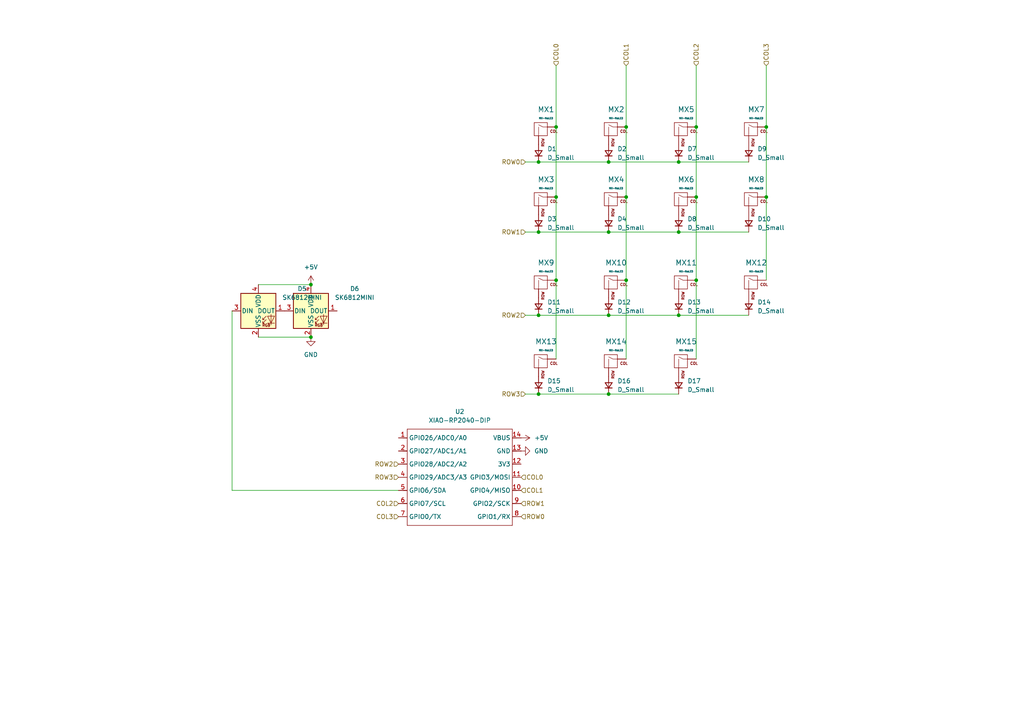
<source format=kicad_sch>
(kicad_sch (version 20250114) (generator "eeschema") (generator_version "9.0")
  (paper "A4")
  (lib_symbols
    (symbol "Device:D_Small" (pin_numbers (hide yes)) (pin_names (offset 0.254) (hide yes))
      (property "Reference" "D" (at -1.27 2.032 0))
      (property "Value" "D_Small" (at -3.81 -2.032 0))
      (symbol "D_Small_0_1"
        (polyline (pts (xy -0.762 0) (xy 0.762 0)))
        (polyline (pts (xy -0.762 -1.016) (xy -0.762 1.016)) (stroke (width 0.254)))
        (polyline (pts (xy 0.762 -1.016) (xy -0.762 0) (xy 0.762 1.016) (xy 0.762 -1.016)) (stroke (width 0.254)))
      )
      (symbol "D_Small_1_1"
        (pin passive line (at -2.54 0 0) (length 1.778) (name "K") (number "1"))
        (pin passive line (at 2.54 0 180) (length 1.778) (name "A") (number "2"))
      )
    )
    (symbol "LED:SK6812MINI" (pin_names (offset 0.254))
      (property "Reference" "D" (at 5.08 5.715 0))
      (property "Value" "SK6812MINI" (at 1.27 -5.715 0))
      (symbol "SK6812MINI_0_0"
        (text "RGB" (at 2.286 -4.191 0) (effects (font (size 0.762 0.762))))
      )
      (symbol "SK6812MINI_0_1"
        (polyline (pts (xy 1.27 -2.54) (xy 1.778 -2.54)))
        (polyline (pts (xy 1.27 -3.556) (xy 1.778 -3.556)))
        (polyline (pts (xy 2.286 -1.524) (xy 1.27 -2.54) (xy 1.27 -2.032)))
        (polyline (pts (xy 2.286 -2.54) (xy 1.27 -3.556) (xy 1.27 -3.048)))
        (polyline (pts (xy 3.683 -1.016) (xy 3.683 -3.556) (xy 3.683 -4.064)))
        (polyline (pts (xy 4.699 -1.524) (xy 2.667 -1.524) (xy 3.683 -3.556) (xy 4.699 -1.524)))
        (polyline (pts (xy 4.699 -3.556) (xy 2.667 -3.556)))
        (rectangle (start 5.08 5.08) (end -5.08 -5.08) (stroke (width 0.254)) (fill (type background)))
      )
      (symbol "SK6812MINI_1_1"
        (pin input line (at -7.62 0 0) (length 2.54) (name "DIN") (number "3"))
        (pin power_in line (at 0 7.62 270) (length 2.54) (name "VDD") (number "4"))
        (pin power_in line (at 0 -7.62 90) (length 2.54) (name "VSS") (number "2"))
        (pin output line (at 7.62 0 180) (length 2.54) (name "DOUT") (number "1"))
      )
    )
    (symbol "MXAH:MX-NoLED" (pin_names (offset 1.016))
      (property "Reference" "MX" (at -0.635 3.81 0))
      (property "Value" "MX-NoLED" (at -0.635 1.27 0))
      (symbol "MX-NoLED_0_0"
        (rectangle (start -2.54 2.54) (end 1.27 -1.27))
        (polyline (pts (xy -1.27 -1.27) (xy -1.27 1.27)) (stroke (width 0.127)))
        (polyline (pts (xy 1.27 1.27) (xy 0 1.27) (xy -1.27 1.905)) (stroke (width 0.127)))
        (text "ROW" (at 0 -1.905 900) (effects (font (size 0.762 0.762)) (justify right)))
        (text "COL" (at 3.175 0 0) (effects (font (size 0.762 0.762))))
      )
      (symbol "MX-NoLED_1_1"
        (pin passive line (at -1.27 -3.81 90) (length 2.54) (name "ROW") (number "2"))
        (pin passive line (at 3.81 1.27 180) (length 2.54) (name "COL") (number "1"))
      )
    )
    (symbol "Seeed_Studio_XIAO_Series:XIAO-RP2040-DIP"
      (property "Reference" "U" (at 0 0 0))
      (property "Value" "XIAO-RP2040-DIP" (at 5.334 -1.778 0))
      (symbol "XIAO-RP2040-DIP_1_0"
        (polyline (pts (xy -1.27 -2.54) (xy 29.21 -2.54)) (stroke (width 0.1524)))
        (polyline (pts (xy -1.27 -5.08) (xy -2.54 -5.08)) (stroke (width 0.1524)))
        (polyline (pts (xy -1.27 -5.08) (xy -1.27 -2.54)) (stroke (width 0.1524)))
        (polyline (pts (xy -1.27 -8.89) (xy -2.54 -8.89)) (stroke (width 0.1524)))
        (polyline (pts (xy -1.27 -8.89) (xy -1.27 -5.08)) (stroke (width 0.1524)))
        (polyline (pts (xy -1.27 -12.7) (xy -2.54 -12.7)) (stroke (width 0.1524)))
        (polyline (pts (xy -1.27 -12.7) (xy -1.27 -8.89)) (stroke (width 0.1524)))
        (polyline (pts (xy -1.27 -16.51) (xy -2.54 -16.51)) (stroke (width 0.1524)))
        (polyline (pts (xy -1.27 -16.51) (xy -1.27 -12.7)) (stroke (width 0.1524)))
        (polyline (pts (xy -1.27 -20.32) (xy -2.54 -20.32)) (stroke (width 0.1524)))
        (polyline (pts (xy -1.27 -24.13) (xy -2.54 -24.13)) (stroke (width 0.1524)))
        (polyline (pts (xy -1.27 -27.94) (xy -2.54 -27.94)) (stroke (width 0.1524)))
        (polyline (pts (xy -1.27 -30.48) (xy -1.27 -16.51)) (stroke (width 0.1524)))
        (polyline (pts (xy 29.21 -2.54) (xy 29.21 -5.08)) (stroke (width 0.1524)))
        (polyline (pts (xy 29.21 -5.08) (xy 29.21 -8.89)) (stroke (width 0.1524)))
        (polyline (pts (xy 29.21 -8.89) (xy 29.21 -12.7)) (stroke (width 0.1524)))
        (polyline (pts (xy 29.21 -12.7) (xy 29.21 -30.48)) (stroke (width 0.1524)))
        (polyline (pts (xy 29.21 -30.48) (xy -1.27 -30.48)) (stroke (width 0.1524)))
        (polyline (pts (xy 30.48 -5.08) (xy 29.21 -5.08)) (stroke (width 0.1524)))
        (polyline (pts (xy 30.48 -8.89) (xy 29.21 -8.89)) (stroke (width 0.1524)))
        (polyline (pts (xy 30.48 -12.7) (xy 29.21 -12.7)) (stroke (width 0.1524)))
        (polyline (pts (xy 30.48 -16.51) (xy 29.21 -16.51)) (stroke (width 0.1524)))
        (polyline (pts (xy 30.48 -20.32) (xy 29.21 -20.32)) (stroke (width 0.1524)))
        (polyline (pts (xy 30.48 -24.13) (xy 29.21 -24.13)) (stroke (width 0.1524)))
        (polyline (pts (xy 30.48 -27.94) (xy 29.21 -27.94)) (stroke (width 0.1524)))
        (pin passive line (at -3.81 -5.08 0) (length 2.54) (name "GPIO26/ADC0/A0") (number "1"))
        (pin passive line (at -3.81 -8.89 0) (length 2.54) (name "GPIO27/ADC1/A1") (number "2"))
        (pin passive line (at -3.81 -12.7 0) (length 2.54) (name "GPIO28/ADC2/A2") (number "3"))
        (pin passive line (at -3.81 -16.51 0) (length 2.54) (name "GPIO29/ADC3/A3") (number "4"))
        (pin passive line (at -3.81 -20.32 0) (length 2.54) (name "GPIO6/SDA") (number "5"))
        (pin passive line (at -3.81 -24.13 0) (length 2.54) (name "GPIO7/SCL") (number "6"))
        (pin passive line (at -3.81 -27.94 0) (length 2.54) (name "GPIO0/TX") (number "7"))
        (pin passive line (at 31.75 -5.08 180) (length 2.54) (name "VBUS") (number "14"))
        (pin passive line (at 31.75 -8.89 180) (length 2.54) (name "GND") (number "13"))
        (pin passive line (at 31.75 -12.7 180) (length 2.54) (name "3V3") (number "12"))
        (pin passive line (at 31.75 -16.51 180) (length 2.54) (name "GPIO3/MOSI") (number "11"))
        (pin passive line (at 31.75 -20.32 180) (length 2.54) (name "GPIO4/MISO") (number "10"))
        (pin passive line (at 31.75 -24.13 180) (length 2.54) (name "GPIO2/SCK") (number "9"))
        (pin passive line (at 31.75 -27.94 180) (length 2.54) (name "GPIO1/RX") (number "8"))
      )
    )
    (symbol "power:+5V" (power) (pin_numbers (hide yes)) (pin_names (offset 0) (hide yes))
      (property "Value" "+5V" (at 0 3.556 0))
      (symbol "+5V_0_1"
        (polyline (pts (xy -0.762 1.27) (xy 0 2.54)))
        (polyline (pts (xy 0 2.54) (xy 0.762 1.27)))
        (polyline (pts (xy 0 0) (xy 0 2.54)))
      )
      (symbol "+5V_1_1"
        (pin power_in line (at 0 0 90) (length 0) (name "~") (number "1"))
      )
    )
    (symbol "power:GND" (power) (pin_numbers (hide yes)) (pin_names (offset 0) (hide yes))
      (property "Value" "GND" (at 0 -3.81 0))
      (symbol "GND_0_1"
        (polyline (pts (xy 0 0) (xy 0 -1.27) (xy 1.27 -1.27) (xy 0 -2.54) (xy -1.27 -1.27) (xy 0 -1.27)))
      )
      (symbol "GND_1_1"
        (pin power_in line (at 0 0 270) (length 0) (name "~") (number "1"))
      )
    )
  )
  (junction (at 156.21 91.44))
  (junction (at 156.21 46.99))
  (junction (at 222.25 57.15))
  (junction (at 181.61 36.83))
  (junction (at 201.93 81.28))
  (junction (at 90.17 97.79))
  (junction (at 201.93 36.83))
  (junction (at 161.29 81.28))
  (junction (at 161.29 57.15))
  (junction (at 196.85 46.99))
  (junction (at 156.21 67.31))
  (junction (at 176.53 114.3))
  (junction (at 90.17 82.55))
  (junction (at 181.61 57.15))
  (junction (at 181.61 81.28))
  (junction (at 201.93 57.15))
  (junction (at 176.53 91.44))
  (junction (at 222.25 36.83))
  (junction (at 196.85 67.31))
  (junction (at 161.29 36.83))
  (junction (at 176.53 67.31))
  (junction (at 176.53 46.99))
  (junction (at 196.85 91.44))
  (junction (at 156.21 114.3))
  (wire (pts (xy 152.4 67.31) (xy 156.21 67.31)))
  (wire (pts (xy 201.93 57.15) (xy 201.93 81.28)))
  (wire (pts (xy 196.85 67.31) (xy 217.17 67.31)))
  (wire (pts (xy 201.93 19.05) (xy 201.93 36.83)))
  (wire (pts (xy 181.61 81.28) (xy 181.61 104.14)))
  (wire (pts (xy 222.25 36.83) (xy 222.25 57.15)))
  (wire (pts (xy 222.25 19.05) (xy 222.25 36.83)))
  (wire (pts (xy 156.21 114.3) (xy 176.53 114.3)))
  (wire (pts (xy 176.53 67.31) (xy 196.85 67.31)))
  (wire (pts (xy 152.4 114.3) (xy 156.21 114.3)))
  (wire (pts (xy 196.85 91.44) (xy 217.17 91.44)))
  (wire (pts (xy 196.85 46.99) (xy 217.17 46.99)))
  (wire (pts (xy 181.61 57.15) (xy 181.61 81.28)))
  (wire (pts (xy 222.25 57.15) (xy 222.25 81.28)))
  (wire (pts (xy 176.53 114.3) (xy 196.85 114.3)))
  (wire (pts (xy 152.4 91.44) (xy 156.21 91.44)))
  (wire (pts (xy 67.31 142.24) (xy 115.57 142.24)))
  (wire (pts (xy 176.53 46.99) (xy 196.85 46.99)))
  (wire (pts (xy 152.4 46.99) (xy 156.21 46.99)))
  (wire (pts (xy 181.61 36.83) (xy 181.61 57.15)))
  (wire (pts (xy 161.29 19.05) (xy 161.29 36.83)))
  (wire (pts (xy 156.21 67.31) (xy 176.53 67.31)))
  (wire (pts (xy 74.93 82.55) (xy 90.17 82.55)))
  (wire (pts (xy 67.31 90.17) (xy 67.31 142.24)))
  (wire (pts (xy 176.53 91.44) (xy 196.85 91.44)))
  (wire (pts (xy 74.93 97.79) (xy 90.17 97.79)))
  (wire (pts (xy 161.29 81.28) (xy 161.29 104.14)))
  (wire (pts (xy 201.93 36.83) (xy 201.93 57.15)))
  (wire (pts (xy 161.29 36.83) (xy 161.29 57.15)))
  (wire (pts (xy 161.29 57.15) (xy 161.29 81.28)))
  (wire (pts (xy 156.21 91.44) (xy 176.53 91.44)))
  (wire (pts (xy 181.61 19.05) (xy 181.61 36.83)))
  (wire (pts (xy 201.93 81.28) (xy 201.93 104.14)))
  (wire (pts (xy 156.21 46.99) (xy 176.53 46.99)))
  (hierarchical_label "ROW2" (shape input) (at 152.4 91.44 180))
  (hierarchical_label "ROW0" (shape input) (at 152.4 46.99 180))
  (hierarchical_label "COL2" (shape input) (at 115.57 146.05 180))
  (hierarchical_label "ROW0" (shape input) (at 151.13 149.86 0))
  (hierarchical_label "COL1" (shape input) (at 181.61 19.05 90))
  (hierarchical_label "ROW3" (shape input) (at 115.57 138.43 180))
  (hierarchical_label "COL2" (shape input) (at 201.93 19.05 90))
  (hierarchical_label "ROW3" (shape input) (at 152.4 114.3 180))
  (hierarchical_label "COL1" (shape input) (at 151.13 142.24 0))
  (hierarchical_label "COL0" (shape input) (at 151.13 138.43 0))
  (hierarchical_label "ROW2" (shape input) (at 115.57 134.62 180))
  (hierarchical_label "ROW1" (shape input) (at 152.4 67.31 180))
  (hierarchical_label "COL3" (shape input) (at 115.57 149.86 180))
  (hierarchical_label "ROW1" (shape input) (at 151.13 146.05 0))
  (hierarchical_label "COL0" (shape input) (at 161.29 19.05 90))
  (hierarchical_label "COL3" (shape input) (at 222.25 19.05 90))
  (symbol (lib_id "Device:D_Small") (at 196.85 88.9 90) (unit 1)
    (property "Reference" "D13" (at 199.39 87.6299 90) (effects (justify right)))
    (property "Value" "D_Small" (at 199.39 90.1699 90) (effects (justify right)))
    (property "Footprint" "Diode_SMD:D_SOD-123" (effects (hide yes)))
    (property "Description" "Diode, small symbol" (effects (hide yes)))
    (property "Sim.Device" "D" (effects (hide yes)))
    (property "Sim.Pins" "1=K 2=A" (effects (hide yes)))
  )
  (symbol (lib_id "Device:D_Small") (at 176.53 88.9 90) (unit 1)
    (property "Reference" "D12" (at 179.07 87.6299 90) (effects (justify right)))
    (property "Value" "D_Small" (at 179.07 90.1699 90) (effects (justify right)))
    (property "Footprint" "Diode_SMD:D_SOD-123" (effects (hide yes)))
    (property "Description" "Diode, small symbol" (effects (hide yes)))
    (property "Sim.Device" "D" (effects (hide yes)))
    (property "Sim.Pins" "1=K 2=A" (effects (hide yes)))
  )
  (symbol (lib_id "MXAH:MX-NoLED") (at 177.8 58.42 0) (unit 1)
    (property "Reference" "MX4" (at 178.6952 52.07 0) (effects (font (size 1.524 1.524))))
    (property "Value" "MX-NoLED" (at 178.6952 54.61 0) (effects (font (size 0.508 0.508))))
    (property "Footprint" "Button_Switch_Keyboard:SW_Cherry_MX_1.00u_PCB" (effects (hide yes)))
  )
  (symbol (lib_id "Device:D_Small") (at 156.21 111.76 90) (unit 1)
    (property "Reference" "D15" (at 158.75 110.4899 90) (effects (justify right)))
    (property "Value" "D_Small" (at 158.75 113.0299 90) (effects (justify right)))
    (property "Footprint" "Diode_SMD:D_SOD-123" (effects (hide yes)))
    (property "Description" "Diode, small symbol" (effects (hide yes)))
    (property "Sim.Device" "D" (effects (hide yes)))
    (property "Sim.Pins" "1=K 2=A" (effects (hide yes)))
  )
  (symbol (lib_id "MXAH:MX-NoLED") (at 218.44 38.1 0) (unit 1)
    (property "Reference" "MX7" (at 219.3352 31.75 0) (effects (font (size 1.524 1.524))))
    (property "Value" "MX-NoLED" (at 219.3352 34.29 0) (effects (font (size 0.508 0.508))))
    (property "Footprint" "Button_Switch_Keyboard:SW_Cherry_MX_1.00u_PCB" (effects (hide yes)))
  )
  (symbol (lib_id "MXAH:MX-NoLED") (at 218.44 58.42 0) (unit 1)
    (property "Reference" "MX8" (at 219.3352 52.07 0) (effects (font (size 1.524 1.524))))
    (property "Value" "MX-NoLED" (at 219.3352 54.61 0) (effects (font (size 0.508 0.508))))
    (property "Footprint" "Button_Switch_Keyboard:SW_Cherry_MX_1.00u_PCB" (effects (hide yes)))
  )
  (symbol (lib_id "MXAH:MX-NoLED") (at 177.8 38.1 0) (unit 1)
    (property "Reference" "MX2" (at 178.6952 31.75 0) (effects (font (size 1.524 1.524))))
    (property "Value" "MX-NoLED" (at 178.6952 34.29 0) (effects (font (size 0.508 0.508))))
    (property "Footprint" "Button_Switch_Keyboard:SW_Cherry_MX_1.00u_PCB" (effects (hide yes)))
  )
  (symbol (lib_id "MXAH:MX-NoLED") (at 177.8 105.41 0) (unit 1)
    (property "Reference" "MX14" (at 178.6952 99.06 0) (effects (font (size 1.524 1.524))))
    (property "Value" "MX-NoLED" (at 178.6952 101.6 0) (effects (font (size 0.508 0.508))))
    (property "Footprint" "Button_Switch_Keyboard:SW_Cherry_MX_1.00u_PCB" (effects (hide yes)))
  )
  (symbol (lib_id "Device:D_Small") (at 176.53 111.76 90) (unit 1)
    (property "Reference" "D16" (at 179.07 110.4899 90) (effects (justify right)))
    (property "Value" "D_Small" (at 179.07 113.0299 90) (effects (justify right)))
    (property "Footprint" "Diode_SMD:D_SOD-123" (effects (hide yes)))
    (property "Description" "Diode, small symbol" (effects (hide yes)))
    (property "Sim.Device" "D" (effects (hide yes)))
    (property "Sim.Pins" "1=K 2=A" (effects (hide yes)))
  )
  (symbol (lib_id "Device:D_Small") (at 217.17 88.9 90) (unit 1)
    (property "Reference" "D14" (at 219.71 87.6299 90) (effects (justify right)))
    (property "Value" "D_Small" (at 219.71 90.1699 90) (effects (justify right)))
    (property "Footprint" "Diode_SMD:D_SOD-123" (effects (hide yes)))
    (property "Description" "Diode, small symbol" (effects (hide yes)))
    (property "Sim.Device" "D" (effects (hide yes)))
    (property "Sim.Pins" "1=K 2=A" (effects (hide yes)))
  )
  (symbol (lib_id "power:+5V") (at 90.17 82.55 0) (unit 1)
    (property "Reference" "#PWR01" (effects (hide yes)))
    (property "Value" "+5V" (at 90.17 77.47 0))
    (property "Description" "Power symbol creates a global label with name \"+5V\"" (effects (hide yes)))
  )
  (symbol (lib_id "power:GND") (at 90.17 97.79 0) (unit 1)
    (property "Reference" "#PWR02" (effects (hide yes)))
    (property "Value" "GND" (at 90.17 102.87 0))
    (property "Description" "Power symbol creates a global label with name \"GND\" , ground" (effects (hide yes)))
  )
  (symbol (lib_id "MXAH:MX-NoLED") (at 157.48 38.1 0) (unit 1)
    (property "Reference" "MX1" (at 158.3752 31.75 0) (effects (font (size 1.524 1.524))))
    (property "Value" "MX-NoLED" (at 158.3752 34.29 0) (effects (font (size 0.508 0.508))))
    (property "Footprint" "Button_Switch_Keyboard:SW_Cherry_MX_1.00u_PCB" (effects (hide yes)))
  )
  (symbol (lib_id "Device:D_Small") (at 196.85 44.45 90) (unit 1)
    (property "Reference" "D7" (at 199.39 43.1799 90) (effects (justify right)))
    (property "Value" "D_Small" (at 199.39 45.7199 90) (effects (justify right)))
    (property "Footprint" "Diode_SMD:D_SOD-123" (effects (hide yes)))
    (property "Description" "Diode, small symbol" (effects (hide yes)))
    (property "Sim.Device" "D" (effects (hide yes)))
    (property "Sim.Pins" "1=K 2=A" (effects (hide yes)))
  )
  (symbol (lib_id "MXAH:MX-NoLED") (at 157.48 58.42 0) (unit 1)
    (property "Reference" "MX3" (at 158.3752 52.07 0) (effects (font (size 1.524 1.524))))
    (property "Value" "MX-NoLED" (at 158.3752 54.61 0) (effects (font (size 0.508 0.508))))
    (property "Footprint" "Button_Switch_Keyboard:SW_Cherry_MX_1.00u_PCB" (effects (hide yes)))
  )
  (symbol (lib_id "LED:SK6812MINI") (at 90.17 90.17 0) (unit 1)
    (property "Reference" "D6" (at 102.87 83.7498 0))
    (property "Value" "SK6812MINI" (at 102.87 86.2898 0))
    (property "Footprint" "LED_SMD:LED_SK6812MINI_PLCC4_3.5x3.5mm_P1.75mm" (effects (hide yes)))
    (property "Datasheet" "https://cdn-shop.adafruit.com/product-files/2686/SK6812MINI_REV.01-1-2.pdf" (effects (hide yes)))
    (property "Description" "RGB LED with integrated controller" (effects (hide yes)))
  )
  (symbol (lib_id "Device:D_Small") (at 176.53 44.45 90) (unit 1)
    (property "Reference" "D2" (at 179.07 43.1799 90) (effects (justify right)))
    (property "Value" "D_Small" (at 179.07 45.7199 90) (effects (justify right)))
    (property "Footprint" "Diode_SMD:D_SOD-123" (effects (hide yes)))
    (property "Description" "Diode, small symbol" (effects (hide yes)))
    (property "Sim.Device" "D" (effects (hide yes)))
    (property "Sim.Pins" "1=K 2=A" (effects (hide yes)))
  )
  (symbol (lib_id "MXAH:MX-NoLED") (at 198.12 58.42 0) (unit 1)
    (property "Reference" "MX6" (at 199.0152 52.07 0) (effects (font (size 1.524 1.524))))
    (property "Value" "MX-NoLED" (at 199.0152 54.61 0) (effects (font (size 0.508 0.508))))
    (property "Footprint" "Button_Switch_Keyboard:SW_Cherry_MX_1.00u_PCB" (effects (hide yes)))
  )
  (symbol (lib_id "MXAH:MX-NoLED") (at 198.12 38.1 0) (unit 1)
    (property "Reference" "MX5" (at 199.0152 31.75 0) (effects (font (size 1.524 1.524))))
    (property "Value" "MX-NoLED" (at 199.0152 34.29 0) (effects (font (size 0.508 0.508))))
    (property "Footprint" "Button_Switch_Keyboard:SW_Cherry_MX_1.00u_PCB" (effects (hide yes)))
  )
  (symbol (lib_id "Seeed_Studio_XIAO_Series:XIAO-RP2040-DIP") (at 119.38 121.92 0) (unit 1)
    (property "Reference" "U2" (at 133.35 119.38 0))
    (property "Value" "XIAO-RP2040-DIP" (at 133.35 121.92 0))
    (property "Footprint" "OPL:XIAO-RP2040-DIP" (effects (hide yes)))
  )
  (symbol (lib_id "Device:D_Small") (at 176.53 64.77 90) (unit 1)
    (property "Reference" "D4" (at 179.07 63.4999 90) (effects (justify right)))
    (property "Value" "D_Small" (at 179.07 66.0399 90) (effects (justify right)))
    (property "Footprint" "Diode_SMD:D_SOD-123" (effects (hide yes)))
    (property "Description" "Diode, small symbol" (effects (hide yes)))
    (property "Sim.Device" "D" (effects (hide yes)))
    (property "Sim.Pins" "1=K 2=A" (effects (hide yes)))
  )
  (symbol (lib_id "Device:D_Small") (at 156.21 44.45 90) (unit 1)
    (property "Reference" "D1" (at 158.75 43.1799 90) (effects (justify right)))
    (property "Value" "D_Small" (at 158.75 45.7199 90) (effects (justify right)))
    (property "Footprint" "Diode_SMD:D_SOD-123" (effects (hide yes)))
    (property "Description" "Diode, small symbol" (effects (hide yes)))
    (property "Sim.Device" "D" (effects (hide yes)))
    (property "Sim.Pins" "1=K 2=A" (effects (hide yes)))
  )
  (symbol (lib_id "LED:SK6812MINI") (at 74.93 90.17 0) (unit 1)
    (property "Reference" "D5" (at 87.63 83.7498 0))
    (property "Value" "SK6812MINI" (at 87.63 86.2898 0))
    (property "Footprint" "LED_SMD:LED_SK6812MINI_PLCC4_3.5x3.5mm_P1.75mm" (effects (hide yes)))
    (property "Datasheet" "https://cdn-shop.adafruit.com/product-files/2686/SK6812MINI_REV.01-1-2.pdf" (effects (hide yes)))
    (property "Description" "RGB LED with integrated controller" (effects (hide yes)))
  )
  (symbol (lib_id "Device:D_Small") (at 156.21 64.77 90) (unit 1)
    (property "Reference" "D3" (at 158.75 63.4999 90) (effects (justify right)))
    (property "Value" "D_Small" (at 158.75 66.0399 90) (effects (justify right)))
    (property "Footprint" "Diode_SMD:D_SOD-123" (effects (hide yes)))
    (property "Description" "Diode, small symbol" (effects (hide yes)))
    (property "Sim.Device" "D" (effects (hide yes)))
    (property "Sim.Pins" "1=K 2=A" (effects (hide yes)))
  )
  (symbol (lib_id "power:+5V") (at 151.13 127 270) (unit 1)
    (property "Reference" "#PWR014" (effects (hide yes)))
    (property "Value" "+5V" (at 154.94 126.9999 90) (effects (justify left)))
    (property "Description" "Power symbol creates a global label with name \"+5V\"" (effects (hide yes)))
  )
  (symbol (lib_id "Device:D_Small") (at 217.17 44.45 90) (unit 1)
    (property "Reference" "D9" (at 219.71 43.1799 90) (effects (justify right)))
    (property "Value" "D_Small" (at 219.71 45.7199 90) (effects (justify right)))
    (property "Footprint" "Diode_SMD:D_SOD-123" (effects (hide yes)))
    (property "Description" "Diode, small symbol" (effects (hide yes)))
    (property "Sim.Device" "D" (effects (hide yes)))
    (property "Sim.Pins" "1=K 2=A" (effects (hide yes)))
  )
  (symbol (lib_id "Device:D_Small") (at 196.85 111.76 90) (unit 1)
    (property "Reference" "D17" (at 199.39 110.4899 90) (effects (justify right)))
    (property "Value" "D_Small" (at 199.39 113.0299 90) (effects (justify right)))
    (property "Footprint" "Diode_SMD:D_SOD-123" (effects (hide yes)))
    (property "Description" "Diode, small symbol" (effects (hide yes)))
    (property "Sim.Device" "D" (effects (hide yes)))
    (property "Sim.Pins" "1=K 2=A" (effects (hide yes)))
  )
  (symbol (lib_id "Device:D_Small") (at 156.21 88.9 90) (unit 1)
    (property "Reference" "D11" (at 158.75 87.6299 90) (effects (justify right)))
    (property "Value" "D_Small" (at 158.75 90.1699 90) (effects (justify right)))
    (property "Footprint" "Diode_SMD:D_SOD-123" (effects (hide yes)))
    (property "Description" "Diode, small symbol" (effects (hide yes)))
    (property "Sim.Device" "D" (effects (hide yes)))
    (property "Sim.Pins" "1=K 2=A" (effects (hide yes)))
  )
  (symbol (lib_id "Device:D_Small") (at 217.17 64.77 90) (unit 1)
    (property "Reference" "D10" (at 219.71 63.4999 90) (effects (justify right)))
    (property "Value" "D_Small" (at 219.71 66.0399 90) (effects (justify right)))
    (property "Footprint" "Diode_SMD:D_SOD-123" (effects (hide yes)))
    (property "Description" "Diode, small symbol" (effects (hide yes)))
    (property "Sim.Device" "D" (effects (hide yes)))
    (property "Sim.Pins" "1=K 2=A" (effects (hide yes)))
  )
  (symbol (lib_id "MXAH:MX-NoLED") (at 198.12 105.41 0) (unit 1)
    (property "Reference" "MX15" (at 199.0152 99.06 0) (effects (font (size 1.524 1.524))))
    (property "Value" "MX-NoLED" (at 199.0152 101.6 0) (effects (font (size 0.508 0.508))))
    (property "Footprint" "Button_Switch_Keyboard:SW_Cherry_MX_1.00u_PCB" (effects (hide yes)))
  )
  (symbol (lib_id "MXAH:MX-NoLED") (at 157.48 82.55 0) (unit 1)
    (property "Reference" "MX9" (at 158.3752 76.2 0) (effects (font (size 1.524 1.524))))
    (property "Value" "MX-NoLED" (at 158.3752 78.74 0) (effects (font (size 0.508 0.508))))
    (property "Footprint" "Button_Switch_Keyboard:SW_Cherry_MX_1.00u_PCB" (effects (hide yes)))
  )
  (symbol (lib_id "MXAH:MX-NoLED") (at 198.12 82.55 0) (unit 1)
    (property "Reference" "MX11" (at 199.0152 76.2 0) (effects (font (size 1.524 1.524))))
    (property "Value" "MX-NoLED" (at 199.0152 78.74 0) (effects (font (size 0.508 0.508))))
    (property "Footprint" "Button_Switch_Keyboard:SW_Cherry_MX_1.00u_PCB" (effects (hide yes)))
  )
  (symbol (lib_id "MXAH:MX-NoLED") (at 157.48 105.41 0) (unit 1)
    (property "Reference" "MX13" (at 158.3752 99.06 0) (effects (font (size 1.524 1.524))))
    (property "Value" "MX-NoLED" (at 158.3752 101.6 0) (effects (font (size 0.508 0.508))))
    (property "Footprint" "Button_Switch_Keyboard:SW_Cherry_MX_1.00u_PCB" (effects (hide yes)))
  )
  (symbol (lib_id "Device:D_Small") (at 196.85 64.77 90) (unit 1)
    (property "Reference" "D8" (at 199.39 63.4999 90) (effects (justify right)))
    (property "Value" "D_Small" (at 199.39 66.0399 90) (effects (justify right)))
    (property "Footprint" "Diode_SMD:D_SOD-123" (effects (hide yes)))
    (property "Description" "Diode, small symbol" (effects (hide yes)))
    (property "Sim.Device" "D" (effects (hide yes)))
    (property "Sim.Pins" "1=K 2=A" (effects (hide yes)))
  )
  (symbol (lib_id "MXAH:MX-NoLED") (at 218.44 82.55 0) (unit 1)
    (property "Reference" "MX12" (at 219.3352 76.2 0) (effects (font (size 1.524 1.524))))
    (property "Value" "MX-NoLED" (at 219.3352 78.74 0) (effects (font (size 0.508 0.508))))
    (property "Footprint" "Button_Switch_Keyboard:SW_Cherry_MX_1.00u_PCB" (effects (hide yes)))
  )
  (symbol (lib_id "MXAH:MX-NoLED") (at 177.8 82.55 0) (unit 1)
    (property "Reference" "MX10" (at 178.6952 76.2 0) (effects (font (size 1.524 1.524))))
    (property "Value" "MX-NoLED" (at 178.6952 78.74 0) (effects (font (size 0.508 0.508))))
    (property "Footprint" "Button_Switch_Keyboard:SW_Cherry_MX_1.00u_PCB" (effects (hide yes)))
  )
  (symbol (lib_id "power:GND") (at 151.13 130.81 90) (unit 1)
    (property "Reference" "#PWR015" (effects (hide yes)))
    (property "Value" "GND" (at 154.94 130.8099 90) (effects (justify right)))
    (property "Description" "Power symbol creates a global label with name \"GND\" , ground" (effects (hide yes)))
  )
)
</source>
